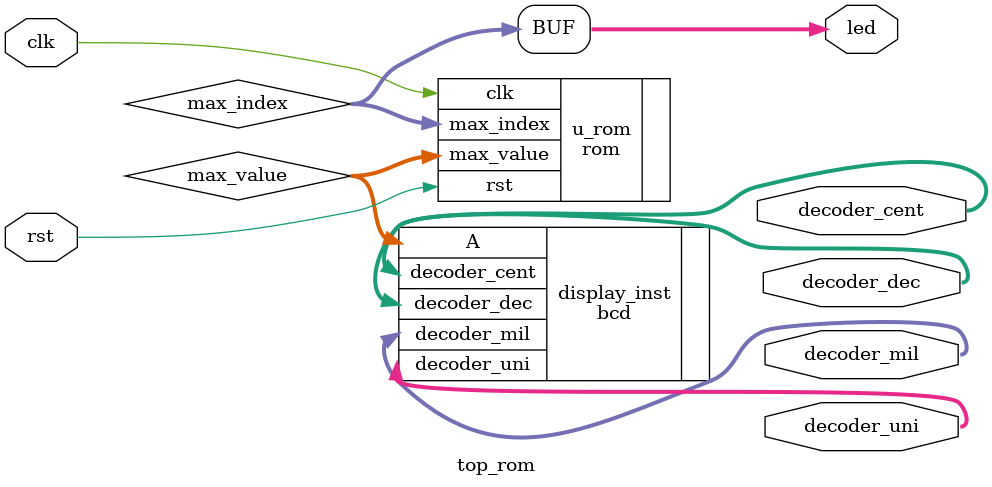
<source format=v>
module top_rom (
    input clk,
    input rst,         
    output [6:0] decoder_uni,  
    output [6:0] decoder_dec,  
    output [6:0] decoder_cent, 
    output [6:0] decoder_mil, 
    output [8:0] led           
);

    wire [15:0] max_value;     
    wire [8:0] max_index;      

  
    rom u_rom (
        .clk(clk),
        .rst(rst),
        .max_value(max_value),
        .max_index(max_index)
    );

    
    bcd display_inst (
        .A(max_value),
        .decoder_uni(decoder_uni),
        .decoder_dec(decoder_dec),
        .decoder_cent(decoder_cent),
        .decoder_mil(decoder_mil)
    );

  
    assign led = max_index;
	
endmodule
</source>
